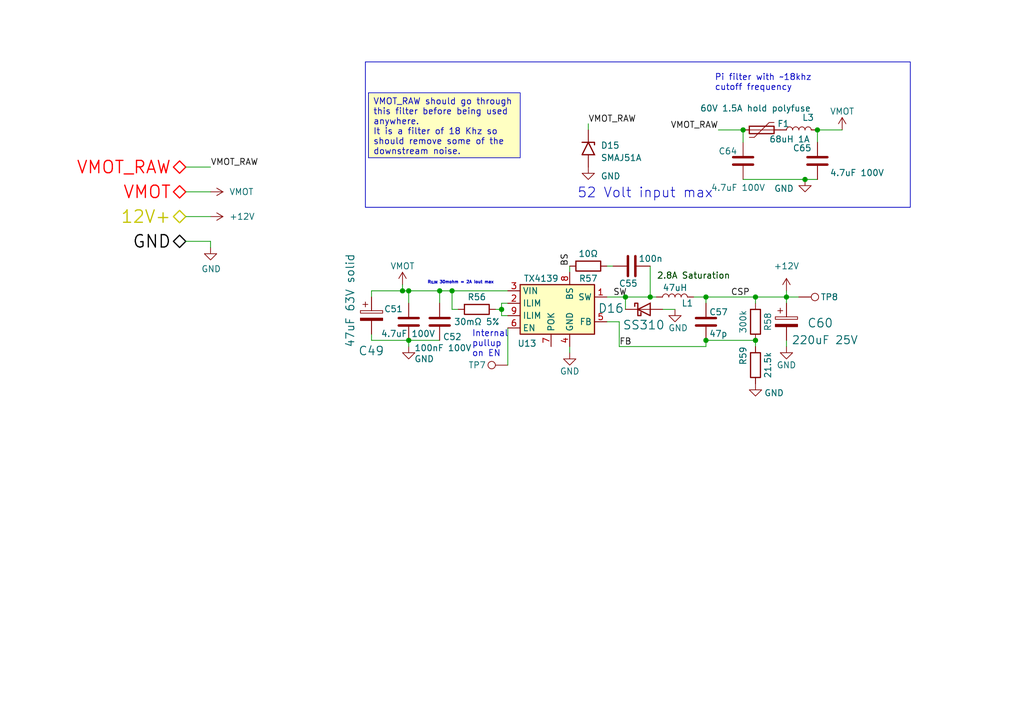
<source format=kicad_sch>
(kicad_sch (version 20231120) (generator "eeschema") (generator_version "8.0")
  (paper "A5")
  (lib_symbols
    (symbol "Connector:TestPoint" (pin_numbers hide) (pin_names (offset 0.762) hide)
      (property "Reference" "TP" (at 0 6.858 0))
      (property "Value" "TestPoint" (at 0 5.08 0))
      (symbol "TestPoint_0_1"
        (circle (center 0 3.302) (radius 0.762))
      )
      (symbol "TestPoint_1_1"
        (pin passive line (at 0 0 90) (length 2.54) (name "1") (number "1"))
      )
    )
    (symbol "Device:C" (pin_numbers hide) (pin_names (offset 0.254))
      (property "Reference" "C" (at 0.635 2.54 0))
      (property "Value" "C" (at 0.635 -2.54 0))
      (symbol "C_0_1"
        (polyline (pts (xy -2.032 -0.762) (xy 2.032 -0.762)) (stroke (width 0.508)))
        (polyline (pts (xy -2.032 0.762) (xy 2.032 0.762)) (stroke (width 0.508)))
      )
      (symbol "C_1_1"
        (pin passive line (at 0 3.81 270) (length 2.794) (name "~") (number "1"))
        (pin passive line (at 0 -3.81 90) (length 2.794) (name "~") (number "2"))
      )
    )
    (symbol "Device:C_Polarized" (pin_numbers hide) (pin_names (offset 0.254))
      (property "Reference" "C" (at 0.635 2.54 0))
      (property "Value" "C_Polarized" (at 0.635 -2.54 0))
      (symbol "C_Polarized_0_1"
        (rectangle (start -2.286 0.508) (end 2.286 1.016))
        (polyline (pts (xy -1.778 2.286) (xy -0.762 2.286)))
        (polyline (pts (xy -1.27 2.794) (xy -1.27 1.778)))
        (rectangle (start 2.286 -0.508) (end -2.286 -1.016) (fill (type outline)))
      )
      (symbol "C_Polarized_1_1"
        (pin passive line (at 0 3.81 270) (length 2.794) (name "~") (number "1"))
        (pin passive line (at 0 -3.81 90) (length 2.794) (name "~") (number "2"))
      )
    )
    (symbol "Device:L" (pin_numbers hide) (pin_names (offset 1.016) hide)
      (property "Reference" "L" (at -1.27 0 90))
      (property "Value" "L" (at 1.905 0 90))
      (symbol "L_0_1"
        (arc (start 0 -2.54) (mid 0.6323 -1.905) (end 0 -1.27))
        (arc (start 0 -1.27) (mid 0.6323 -0.635) (end 0 0))
        (arc (start 0 0) (mid 0.6323 0.635) (end 0 1.27))
        (arc (start 0 1.27) (mid 0.6323 1.905) (end 0 2.54))
      )
      (symbol "L_1_1"
        (pin passive line (at 0 3.81 270) (length 1.27) (name "1") (number "1"))
        (pin passive line (at 0 -3.81 90) (length 1.27) (name "2") (number "2"))
      )
    )
    (symbol "Device:Polyfuse" (pin_numbers hide) (pin_names (offset 0))
      (property "Reference" "F" (at -2.54 0 90))
      (property "Value" "Polyfuse" (at 2.54 0 90))
      (symbol "Polyfuse_0_1"
        (rectangle (start -0.762 2.54) (end 0.762 -2.54) (stroke (width 0.254)))
        (polyline (pts (xy 0 2.54) (xy 0 -2.54)))
        (polyline (pts (xy -1.524 2.54) (xy -1.524 1.524) (xy 1.524 -1.524) (xy 1.524 -2.54)))
      )
      (symbol "Polyfuse_1_1"
        (pin passive line (at 0 3.81 270) (length 1.27) (name "~") (number "1"))
        (pin passive line (at 0 -3.81 90) (length 1.27) (name "~") (number "2"))
      )
    )
    (symbol "Device:R" (pin_numbers hide) (pin_names (offset 0))
      (property "Reference" "R" (at 2.032 0 90))
      (property "Value" "R" (at 0 0 90))
      (symbol "R_0_1"
        (rectangle (start -1.016 -2.54) (end 1.016 2.54) (stroke (width 0.254)))
      )
      (symbol "R_1_1"
        (pin passive line (at 0 3.81 270) (length 1.27) (name "~") (number "1"))
        (pin passive line (at 0 -3.81 90) (length 1.27) (name "~") (number "2"))
      )
    )
    (symbol "Diode:MBR340" (pin_numbers hide) (pin_names (offset 1.016) hide)
      (property "Reference" "D" (at 0 2.54 0))
      (property "Value" "MBR340" (at 0 -2.54 0))
      (symbol "MBR340_0_1"
        (polyline (pts (xy 1.27 0) (xy -1.27 0)))
        (polyline (pts (xy 1.27 1.27) (xy 1.27 -1.27) (xy -1.27 0) (xy 1.27 1.27)) (stroke (width 0.254)))
        (polyline (pts (xy -1.905 0.635) (xy -1.905 1.27) (xy -1.27 1.27) (xy -1.27 -1.27) (xy -0.635 -1.27) (xy -0.635 -0.635)) (stroke (width 0.254)))
      )
      (symbol "MBR340_1_1"
        (pin passive line (at -3.81 0 0) (length 2.54) (name "K") (number "1"))
        (pin passive line (at 3.81 0 180) (length 2.54) (name "A") (number "2"))
      )
    )
    (symbol "Diode:SMF54A" (pin_numbers hide) (pin_names (offset 1.016) hide)
      (property "Reference" "D" (at 0 2.54 0))
      (property "Value" "SMF54A" (at 0 -2.54 0))
      (symbol "SMF54A_0_1"
        (polyline (pts (xy -0.762 1.27) (xy -1.27 1.27) (xy -1.27 -1.27)) (stroke (width 0.254)))
        (polyline (pts (xy 1.27 1.27) (xy 1.27 -1.27) (xy -1.27 0) (xy 1.27 1.27)) (stroke (width 0.254)))
      )
      (symbol "SMF54A_1_1"
        (pin passive line (at -3.81 0 0) (length 2.54) (name "A1") (number "1"))
        (pin passive line (at 3.81 0 180) (length 2.54) (name "A2") (number "2"))
      )
    )
    (symbol "MotorBuck:TX4139"
      (property "Reference" "U" (at -6.35 6.35 0))
      (property "Value" "TX4139" (at 3.81 6.35 0))
      (symbol "TX4139_0_1"
        (rectangle (start -7.62 5.08) (end 7.62 -5.08) (stroke (width 0.254)) (fill (type background)))
      )
      (symbol "TX4139_1_1"
        (pin power_out line (at 10.16 2.54 180) (length 2.54) (name "SW") (number "1"))
        (pin input line (at -10.16 1.27 0) (length 2.54) (name "ILIM") (number "2"))
        (pin power_in line (at -10.16 3.81 0) (length 2.54) (name "VIN") (number "3"))
        (pin power_in line (at 2.54 -7.62 90) (length 2.54) (name "GND") (number "4"))
        (pin input line (at 10.16 -2.54 180) (length 2.54) (name "FB") (number "5"))
        (pin passive line (at -10.16 -3.81 0) (length 2.54) (name "EN") (number "6"))
        (pin output line (at -1.27 -7.62 90) (length 2.54) (name "POK") (number "7"))
        (pin passive line (at 2.54 7.62 270) (length 2.54) (name "BS") (number "8"))
        (pin input line (at -10.16 -1.27 0) (length 2.54) (name "ILIM") (number "9"))
      )
    )
    (symbol "MotorBuck:VMOT" (power) (pin_names (offset 0))
      (property "Value" "VMOT" (at 0 3.556 0))
      (symbol "VMOT_0_1"
        (polyline (pts (xy -0.762 1.27) (xy 0 2.54)))
        (polyline (pts (xy 0 0) (xy 0 2.54)))
        (polyline (pts (xy 0 2.54) (xy 0.762 1.27)))
      )
      (symbol "VMOT_1_1"
        (pin power_in line (at 0 0 90) (length 0) hide (name "VMOT") (number "1"))
      )
    )
    (symbol "power:+12V" (power) (pin_names (offset 0))
      (property "Value" "+12V" (at 0 3.556 0))
      (symbol "+12V_0_1"
        (polyline (pts (xy -0.762 1.27) (xy 0 2.54)))
        (polyline (pts (xy 0 0) (xy 0 2.54)))
        (polyline (pts (xy 0 2.54) (xy 0.762 1.27)))
      )
      (symbol "+12V_1_1"
        (pin power_in line (at 0 0 90) (length 0) hide (name "+12V") (number "1"))
      )
    )
    (symbol "power:GND" (power) (pin_names (offset 0))
      (property "Value" "GND" (at 0 -3.81 0))
      (symbol "GND_0_1"
        (polyline (pts (xy 0 0) (xy 0 -1.27) (xy 1.27 -1.27) (xy 0 -2.54) (xy -1.27 -1.27) (xy 0 -1.27)))
      )
      (symbol "GND_1_1"
        (pin power_in line (at 0 0 270) (length 0) hide (name "GND") (number "1"))
      )
    )
  )
  (junction (at 161.29 60.96))
  (junction (at 144.78 60.96))
  (junction (at 102.87 63.5))
  (junction (at 154.94 69.85))
  (junction (at 83.82 69.85))
  (junction (at 152.4 26.67))
  (junction (at 167.64 26.67))
  (junction (at 90.17 59.69))
  (junction (at 83.82 59.69))
  (junction (at 154.94 60.96))
  (junction (at 133.35 60.96))
  (junction (at 92.71 59.69))
  (junction (at 82.55 59.69))
  (junction (at 165.1 36.83))
  (junction (at 144.78 69.85))
  (junction (at 128.27 60.96))
  (wire (pts (xy 92.71 59.69) (xy 104.14 59.69)))
  (wire (pts (xy 83.82 59.69) (xy 83.82 62.23)))
  (wire (pts (xy 133.35 60.96) (xy 134.62 60.96)))
  (wire (pts (xy 172.72 26.67) (xy 167.64 26.67)))
  (wire (pts (xy 144.78 69.85) (xy 144.78 71.12)))
  (wire (pts (xy 144.78 60.96) (xy 144.78 62.23)))
  (wire (pts (xy 102.87 64.77) (xy 102.87 63.5)))
  (wire (pts (xy 82.55 59.69) (xy 83.82 59.69)))
  (wire (pts (xy 38.1 44.45) (xy 43.18 44.45)))
  (wire (pts (xy 152.4 36.83) (xy 165.1 36.83)))
  (wire (pts (xy 90.17 59.69) (xy 90.17 62.23)))
  (wire (pts (xy 102.87 62.23) (xy 104.14 62.23)))
  (wire (pts (xy 124.46 54.61) (xy 125.73 54.61)))
  (wire (pts (xy 76.2 68.58) (xy 76.2 69.85)))
  (wire (pts (xy 127 71.12) (xy 127 66.04)))
  (wire (pts (xy 161.29 62.23) (xy 161.29 60.96)))
  (wire (pts (xy 128.27 60.96) (xy 128.27 63.5)))
  (wire (pts (xy 83.82 69.85) (xy 90.17 69.85)))
  (wire (pts (xy 82.55 58.42) (xy 82.55 59.69)))
  (wire (pts (xy 120.65 25.4) (xy 120.65 26.67)))
  (wire (pts (xy 152.4 26.67) (xy 152.4 29.21)))
  (wire (pts (xy 127 71.12) (xy 144.78 71.12)))
  (wire (pts (xy 38.1 49.53) (xy 43.18 49.53)))
  (wire (pts (xy 76.2 69.85) (xy 83.82 69.85)))
  (wire (pts (xy 83.82 59.69) (xy 90.17 59.69)))
  (wire (pts (xy 90.17 59.69) (xy 92.71 59.69)))
  (wire (pts (xy 161.29 60.96) (xy 163.83 60.96)))
  (wire (pts (xy 92.71 59.69) (xy 92.71 63.5)))
  (wire (pts (xy 83.82 69.85) (xy 83.82 71.12)))
  (wire (pts (xy 93.98 63.5) (xy 92.71 63.5)))
  (wire (pts (xy 154.94 60.96) (xy 154.94 62.23)))
  (wire (pts (xy 116.84 54.61) (xy 116.84 55.88)))
  (wire (pts (xy 161.29 69.85) (xy 161.29 71.12)))
  (wire (pts (xy 43.18 49.53) (xy 43.18 50.8)))
  (wire (pts (xy 128.27 60.96) (xy 133.35 60.96)))
  (wire (pts (xy 124.46 60.96) (xy 128.27 60.96)))
  (wire (pts (xy 144.78 60.96) (xy 154.94 60.96)))
  (wire (pts (xy 104.14 64.77) (xy 102.87 64.77)))
  (wire (pts (xy 147.32 26.67) (xy 152.4 26.67)))
  (wire (pts (xy 154.94 69.85) (xy 154.94 71.12)))
  (wire (pts (xy 133.35 54.61) (xy 133.35 60.96)))
  (wire (pts (xy 142.24 60.96) (xy 144.78 60.96)))
  (wire (pts (xy 38.1 39.37) (xy 43.18 39.37)))
  (wire (pts (xy 104.14 74.93) (xy 104.14 67.31)))
  (wire (pts (xy 38.1 34.29) (xy 43.18 34.29)))
  (wire (pts (xy 102.87 63.5) (xy 102.87 62.23)))
  (wire (pts (xy 144.78 69.85) (xy 154.94 69.85)))
  (wire (pts (xy 102.87 63.5) (xy 101.6 63.5)))
  (wire (pts (xy 76.2 59.69) (xy 76.2 60.96)))
  (wire (pts (xy 76.2 59.69) (xy 82.55 59.69)))
  (wire (pts (xy 116.84 71.12) (xy 116.84 72.39)))
  (wire (pts (xy 165.1 36.83) (xy 167.64 36.83)))
  (wire (pts (xy 154.94 60.96) (xy 161.29 60.96)))
  (wire (pts (xy 167.64 26.67) (xy 167.64 29.21)))
  (wire (pts (xy 161.29 59.69) (xy 161.29 60.96)))
  (wire (pts (xy 127 66.04) (xy 124.46 66.04)))
  (wire (pts (xy 135.89 63.5) (xy 138.43 63.5)))
  (rectangle (start 74.93 12.7) (end 186.69 42.545))
  (text_box "VMOT_RAW should go through this filter before being used anywhere. \nIt is a filter of 18 Khz so should remove some of the downstream noise. " (at 75.565 19.05 0) (size 31.115 13.335) (fill (type color) (color 255 255 194 1)) (effects (font (size 1.27 1.27)) (justify left top)))
  (text "Internal\npullup\non EN" (at 96.774 73.406 0) (effects (font (size 1.27 1.27)) (justify left bottom)))
  (text "52 Volt input max" (at 118.364 40.894 0) (effects (font (size 2 2)) (justify left bottom)))
  (text "R_{ILIM} 30mohm = 2A Iout max" (at 87.63 58.42 0) (effects (font (size 0.6 0.6)) (justify left bottom)))
  (text "Pi filter with ~18khz\ncutoff frequency" (at 146.558 18.796 0) (effects (font (size 1.27 1.27)) (justify left bottom)))
  (label "CSP" (at 149.86 60.96 0))
  (label "VMOT_RAW" (at 43.18 34.29 0))
  (label "FB" (at 127 71.12 0))
  (label "SW" (at 125.73 60.96 0))
  (label "VMOT_RAW" (at 147.32 26.67 180))
  (label "BS" (at 116.84 54.61 90))
  (label "VMOT_RAW" (at 120.65 25.4 0))
  (hierarchical_label "VMOT" (shape bidirectional) (at 38.1 39.37 180) (effects (font (size 2.54 2.54) (thickness 0.254) (bold yes))))
  (hierarchical_label "GND" (shape bidirectional) (at 38.1 49.53 180) (effects (font (size 2.54 2.54) (thickness 0.254) (bold yes))))
  (hierarchical_label "VMOT_RAW" (shape bidirectional) (at 38.1 34.29 180) (effects (font (size 2.54 2.54) (thickness 0.254) (bold yes))))
  (hierarchical_label "12V+" (shape bidirectional) (at 38.1 44.45 180) (effects (font (size 2.54 2.54) (thickness 0.254) (bold yes))))
  (symbol (lib_id "MotorBuck:TX4139") (at 114.3 63.5 0) (unit 1)
    (property "Reference" "U13" (at 106.0959 70.485 0) (effects (justify left)))
    (property "Value" "TX4139" (at 107.3659 57.15 0) (effects (justify left)))
    (property "Footprint" "Package_SO:SOIC-8-1EP_3.9x4.9mm_P1.27mm_EP2.29x3mm_ThermalVias" (effects (hide yes)))
    (property "Datasheet" "https://datasheet.lcsc.com/lcsc/1811141153_XDS-TX4139_C329266.pdf" (effects (hide yes)))
    (property "LCSC" "C329266" (effects (hide yes)))
  )
  (symbol (lib_id "power:GND") (at 161.29 71.12 0) (unit 1)
    (property "Reference" "#PWR0110" (effects (hide yes)))
    (property "Value" "GND" (at 161.29 74.93 0))
  )
  (symbol (lib_id "MotorBuck:VMOT") (at 43.18 39.37 270) (unit 1)
    (property "Reference" "#PWR0123" (effects (hide yes)))
    (property "Value" "VMOT" (at 46.99 39.3699 90) (effects (justify left)))
    (property "Sim.Device" "SPICE" (effects (hide yes)))
    (property "Sim.Params" "type=\"I\" model=\"VMOT\" lib=\"\"" (effects (hide yes)))
    (property "Sim.Pins" "1=1" (effects (hide yes)))
  )
  (symbol (lib_id "Device:L") (at 163.83 26.67 90) (unit 1)
    (property "Reference" "L3" (at 165.735 24.13 90))
    (property "Value" "68uH 1A" (at 161.925 28.575 90))
    (property "Footprint" "Inductor_SMD:L_Sunlord_SWPA6045S" (effects (hide yes)))
    (property "LCSC" "C53663" (effects (hide yes)))
  )
  (symbol (lib_id "Device:C") (at 152.4 33.02 0) (unit 1)
    (property "Reference" "C64" (at 147.32 31.75 0) (effects (justify left bottom)))
    (property "Value" "4.7uF 100V" (at 145.796 39.243 0) (effects (justify left bottom)))
    (property "Footprint" "Capacitor_SMD:C_1210_3225Metric" (effects (hide yes)))
    (property "LCSC" "C342614" (effects (hide yes)))
  )
  (symbol (lib_id "power:GND") (at 83.82 71.12 0) (unit 1)
    (property "Reference" "#PWR095" (effects (hide yes)))
    (property "Value" "GND" (at 86.995 73.66 0))
  )
  (symbol (lib_id "Device:Polyfuse") (at 156.21 26.67 90) (unit 1)
    (property "Reference" "F1" (at 160.655 25.4 90))
    (property "Value" "60V 1.5A hold polyfuse" (at 154.94 22.225 90))
    (property "Footprint" "Fuse:Fuse_2920_7451Metric" (effects (hide yes)))
    (property "LCSC" "C6165178" (effects (hide yes)))
    (property "ALT" "C3020148" (effects (hide yes)))
    (property "NOTE" "Alt part listed has reduced 1.1A rating." (effects (hide yes)))
  )
  (symbol (lib_id "MotorBuck:VMOT") (at 82.55 58.42 0) (unit 1)
    (property "Reference" "#PWR094" (effects (hide yes)))
    (property "Value" "VMOT" (at 82.55 54.61 0))
    (property "Sim.Device" "SPICE" (effects (hide yes)))
    (property "Sim.Params" "type=\"I\" model=\"VMOT\" lib=\"\"" (effects (hide yes)))
    (property "Sim.Pins" "1=1" (effects (hide yes)))
  )
  (symbol (lib_id "power:GND") (at 43.18 50.8 0) (unit 1)
    (property "Reference" "#PWR0126" (effects (hide yes)))
    (property "Value" "GND" (at 43.307 55.1942 0))
  )
  (symbol (lib_id "Device:R") (at 120.65 54.61 90) (unit 1)
    (property "Reference" "R57" (at 120.65 57.15 90))
    (property "Value" "10Ω" (at 120.65 52.07 90))
    (property "Footprint" "Resistor_SMD:R_0603_1608Metric" (effects (hide yes)))
    (property "LCSC" "C22859" (effects (hide yes)))
  )
  (symbol (lib_id "Device:C_Polarized") (at 161.29 66.04 0) (unit 1)
    (property "Reference" "C60" (at 165.481 67.31 0) (effects (font (size 1.778 1.778)) (justify left bottom)))
    (property "Value" "220uF 25V" (at 162.306 68.834 0) (effects (font (size 1.651 1.651)) (justify left top)))
    (property "Footprint" "Capacitor_SMD:CP_Elec_6.3x7.7" (effects (hide yes)))
    (property "LCSC" "C340768" (effects (hide yes)))
  )
  (symbol (lib_id "power:+12V") (at 161.29 59.69 0) (unit 1)
    (property "Reference" "#PWR0109" (effects (hide yes)))
    (property "Value" "+12V" (at 161.29 54.61 0))
  )
  (symbol (lib_id "Diode:SMF54A") (at 120.65 30.48 270) (unit 1)
    (property "Reference" "D15" (at 123.19 29.845 90) (effects (justify left)))
    (property "Value" "SMAJ51A" (at 123.19 32.385 90) (effects (justify left)))
    (property "Footprint" "Diode_SMD:D_SMC" (effects (hide yes)))
    (property "LCSC" "C438169" (effects (hide yes)))
  )
  (symbol (lib_id "Device:C_Polarized") (at 76.2 64.77 0) (unit 1)
    (property "Reference" "C49" (at 73.406 73.025 0) (effects (font (size 1.778 1.778)) (justify left bottom)))
    (property "Value" "47uF 63V solid" (at 70.866 71.374 90) (effects (font (size 1.651 1.651)) (justify left top)))
    (property "Footprint" "Capacitor_SMD:CP_Elec_8x10.5" (effects (hide yes)))
    (property "LCSC" "C5246568" (effects (hide yes)))
  )
  (symbol (lib_id "power:GND") (at 120.65 34.29 0) (unit 1)
    (property "Reference" "#PWR092" (effects (hide yes)))
    (property "Value" "GND" (at 125.222 36.1442 0))
  )
  (symbol (lib_id "Device:C") (at 90.17 66.04 0) (unit 1)
    (property "Reference" "C52" (at 90.805 69.85 0) (effects (justify left bottom)))
    (property "Value" "100nF 100V" (at 84.963 72.136 0) (effects (justify left bottom)))
    (property "Footprint" "Capacitor_SMD:C_0805_2012Metric" (effects (hide yes)))
    (property "LCSC" "C28233" (effects (hide yes)))
  )
  (symbol (lib_id "Device:C") (at 167.64 33.02 0) (unit 1)
    (property "Reference" "C65" (at 162.56 31.115 0) (effects (justify left bottom)))
    (property "Value" "4.7uF 100V" (at 170.18 36.195 0) (effects (justify left bottom)))
    (property "Footprint" "Capacitor_SMD:C_1210_3225Metric" (effects (hide yes)))
    (property "LCSC" "C342614" (effects (hide yes)))
  )
  (symbol (lib_id "power:GND") (at 116.84 72.39 0) (unit 1)
    (property "Reference" "#PWR099" (effects (hide yes)))
    (property "Value" "GND" (at 116.84 76.2 0))
  )
  (symbol (lib_id "power:GND") (at 165.1 36.83 0) (unit 1)
    (property "Reference" "#PWR0114" (effects (hide yes)))
    (property "Value" "GND" (at 160.782 38.6842 0))
  )
  (symbol (lib_id "Device:C") (at 83.82 66.04 0) (unit 1)
    (property "Reference" "C51" (at 78.74 64.135 0) (effects (justify left bottom)))
    (property "Value" "4.7uF 100V" (at 78.105 69.215 0) (effects (justify left bottom)))
    (property "Footprint" "Capacitor_SMD:C_1210_3225Metric" (effects (hide yes)))
    (property "LCSC" "C342614" (effects (hide yes)))
  )
  (symbol (lib_id "Device:C") (at 129.54 54.61 270) (unit 1)
    (property "Reference" "C55" (at 126.8984 58.166 90) (effects (justify left)))
    (property "Value" "100n" (at 130.937 53.086 90) (effects (justify left)))
    (property "Footprint" "Capacitor_SMD:C_0603_1608Metric" (effects (hide yes)))
    (property "LCSC" "C14663" (effects (hide yes)))
  )
  (symbol (lib_id "power:+12V") (at 43.18 44.45 270) (unit 1)
    (property "Reference" "#PWR0119" (effects (hide yes)))
    (property "Value" "+12V" (at 46.99 44.4499 90) (effects (justify left)))
  )
  (symbol (lib_id "Device:R") (at 154.94 74.93 180) (unit 1)
    (property "Reference" "R59" (at 152.4 73.025 90))
    (property "Value" "21.5k" (at 157.48 74.93 90))
    (property "Footprint" "Resistor_SMD:R_0603_1608Metric" (effects (hide yes)))
    (property "LCSC" "C705916" (effects (hide yes)))
  )
  (symbol (lib_id "Connector:TestPoint") (at 163.83 60.96 270) (unit 1)
    (property "Reference" "TP8" (at 168.275 60.96 90) (effects (justify left)))
    (property "Value" "TestPoint" (effects (hide yes)))
    (property "Footprint" "TestPoint:TestPoint_Pad_D1.0mm" (effects (hide yes)))
  )
  (symbol (lib_id "Device:C") (at 144.78 66.04 0) (unit 1)
    (property "Reference" "C57" (at 145.415 64.77 0) (effects (justify left bottom)))
    (property "Value" "47p" (at 145.415 69.215 0) (effects (justify left bottom)))
    (property "Footprint" "Capacitor_SMD:C_0603_1608Metric" (effects (hide yes)))
    (property "LCSC" "C1671" (effects (hide yes)))
  )
  (symbol (lib_id "power:GND") (at 138.43 63.5 0) (unit 1)
    (property "Reference" "#PWR0103" (effects (hide yes)))
    (property "Value" "GND" (at 139.065 67.31 0))
  )
  (symbol (lib_id "Diode:MBR340") (at 132.08 63.5 0) (unit 1)
    (property "Reference" "D16" (at 122.555 64.2874 0) (effects (font (size 1.778 1.778)) (justify left bottom)))
    (property "Value" "SS310" (at 127.635 67.7164 0) (effects (font (size 1.778 1.778)) (justify left bottom)))
    (property "Footprint" "Diode_SMD:D_SMA" (effects (hide yes)))
    (property "Datasheet" "https://datasheet.lcsc.com/lcsc/2303141100_MDD-Microdiode-Electronics--SS310_C15874.pdf" (effects (hide yes)))
    (property "LCSC" "C15874" (effects (hide yes)))
  )
  (symbol (lib_id "Device:L") (at 138.43 60.96 90) (unit 1)
    (property "Reference" "L1" (at 140.97 62.23 90))
    (property "Value" "47uH" (at 138.43 59.055 90))
    (property "Footprint" "Inductor_SMD:L_Chilisin_BMRB00060612" (effects (hide yes)))
    (property "LCSC" "C5189938" (effects (hide yes)))
    (property "Current" "2.8A Saturation" (at 142.24 56.515 90))
  )
  (symbol (lib_id "MotorBuck:VMOT") (at 172.72 26.67 0) (unit 1)
    (property "Reference" "#PWR0115" (effects (hide yes)))
    (property "Value" "VMOT" (at 172.72 22.86 0))
    (property "Sim.Device" "SPICE" (effects (hide yes)))
    (property "Sim.Params" "type=\"I\" model=\"VMOT\" lib=\"\"" (effects (hide yes)))
    (property "Sim.Pins" "1=1" (effects (hide yes)))
  )
  (symbol (lib_id "Device:R") (at 154.94 66.04 180) (unit 1)
    (property "Reference" "R58" (at 157.48 66.04 90))
    (property "Value" "300k" (at 152.4 66.04 90))
    (property "Footprint" "Resistor_SMD:R_0603_1608Metric" (effects (hide yes)))
    (property "LCSC" "C335091" (effects (hide yes)))
  )
  (symbol (lib_id "Device:R") (at 97.79 63.5 270) (unit 1)
    (property "Reference" "R56" (at 97.79 60.96 90))
    (property "Value" "30mΩ 5%" (at 97.79 66.04 90))
    (property "Footprint" "Resistor_SMD:R_0603_1608Metric" (effects (hide yes)))
    (property "LCSC" "C407492" (effects (hide yes)))
  )
  (symbol (lib_id "Connector:TestPoint") (at 104.14 74.93 90) (unit 1)
    (property "Reference" "TP7" (at 99.695 74.93 90) (effects (justify left)))
    (property "Value" "TestPoint" (effects (hide yes)))
    (property "Footprint" "TestPoint:TestPoint_Pad_D1.0mm" (effects (hide yes)))
  )
  (symbol (lib_id "power:GND") (at 154.94 78.74 0) (unit 1)
    (property "Reference" "#PWR0106" (effects (hide yes)))
    (property "Value" "GND" (at 158.75 80.645 0))
  )
)
</source>
